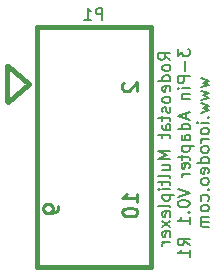
<source format=gbo>
G04 (created by PCBNEW (2013-jul-07)-stable) date Thu 17 Jan 2019 05:41:25 PM PST*
%MOIN*%
G04 Gerber Fmt 3.4, Leading zero omitted, Abs format*
%FSLAX34Y34*%
G01*
G70*
G90*
G04 APERTURE LIST*
%ADD10C,0.00590551*%
%ADD11C,0.008*%
%ADD12C,0.015*%
%ADD13C,0.01*%
G04 APERTURE END LIST*
G54D10*
G54D11*
X25561Y-27295D02*
X25371Y-27161D01*
X25561Y-27066D02*
X25161Y-27066D01*
X25161Y-27219D01*
X25180Y-27257D01*
X25200Y-27276D01*
X25238Y-27295D01*
X25295Y-27295D01*
X25333Y-27276D01*
X25352Y-27257D01*
X25371Y-27219D01*
X25371Y-27066D01*
X25561Y-27523D02*
X25542Y-27485D01*
X25523Y-27466D01*
X25485Y-27447D01*
X25371Y-27447D01*
X25333Y-27466D01*
X25314Y-27485D01*
X25295Y-27523D01*
X25295Y-27580D01*
X25314Y-27619D01*
X25333Y-27638D01*
X25371Y-27657D01*
X25485Y-27657D01*
X25523Y-27638D01*
X25542Y-27619D01*
X25561Y-27580D01*
X25561Y-27523D01*
X25561Y-28000D02*
X25161Y-28000D01*
X25542Y-28000D02*
X25561Y-27961D01*
X25561Y-27885D01*
X25542Y-27847D01*
X25523Y-27828D01*
X25485Y-27809D01*
X25371Y-27809D01*
X25333Y-27828D01*
X25314Y-27847D01*
X25295Y-27885D01*
X25295Y-27961D01*
X25314Y-28000D01*
X25542Y-28342D02*
X25561Y-28304D01*
X25561Y-28228D01*
X25542Y-28190D01*
X25504Y-28171D01*
X25352Y-28171D01*
X25314Y-28190D01*
X25295Y-28228D01*
X25295Y-28304D01*
X25314Y-28342D01*
X25352Y-28361D01*
X25390Y-28361D01*
X25428Y-28171D01*
X25561Y-28590D02*
X25542Y-28552D01*
X25523Y-28533D01*
X25485Y-28514D01*
X25371Y-28514D01*
X25333Y-28533D01*
X25314Y-28552D01*
X25295Y-28590D01*
X25295Y-28647D01*
X25314Y-28685D01*
X25333Y-28704D01*
X25371Y-28723D01*
X25485Y-28723D01*
X25523Y-28704D01*
X25542Y-28685D01*
X25561Y-28647D01*
X25561Y-28590D01*
X25542Y-28876D02*
X25561Y-28914D01*
X25561Y-28990D01*
X25542Y-29028D01*
X25504Y-29047D01*
X25485Y-29047D01*
X25447Y-29028D01*
X25428Y-28990D01*
X25428Y-28933D01*
X25409Y-28895D01*
X25371Y-28876D01*
X25352Y-28876D01*
X25314Y-28895D01*
X25295Y-28933D01*
X25295Y-28990D01*
X25314Y-29028D01*
X25295Y-29161D02*
X25295Y-29314D01*
X25161Y-29219D02*
X25504Y-29219D01*
X25542Y-29238D01*
X25561Y-29276D01*
X25561Y-29314D01*
X25561Y-29619D02*
X25352Y-29619D01*
X25314Y-29600D01*
X25295Y-29561D01*
X25295Y-29485D01*
X25314Y-29447D01*
X25542Y-29619D02*
X25561Y-29580D01*
X25561Y-29485D01*
X25542Y-29447D01*
X25504Y-29428D01*
X25466Y-29428D01*
X25428Y-29447D01*
X25409Y-29485D01*
X25409Y-29580D01*
X25390Y-29619D01*
X25295Y-29752D02*
X25295Y-29904D01*
X25161Y-29809D02*
X25504Y-29809D01*
X25542Y-29828D01*
X25561Y-29866D01*
X25561Y-29904D01*
X25561Y-30342D02*
X25161Y-30342D01*
X25447Y-30476D01*
X25161Y-30609D01*
X25561Y-30609D01*
X25295Y-30971D02*
X25561Y-30971D01*
X25295Y-30800D02*
X25504Y-30800D01*
X25542Y-30819D01*
X25561Y-30857D01*
X25561Y-30914D01*
X25542Y-30952D01*
X25523Y-30971D01*
X25561Y-31219D02*
X25542Y-31180D01*
X25504Y-31161D01*
X25161Y-31161D01*
X25295Y-31314D02*
X25295Y-31466D01*
X25161Y-31371D02*
X25504Y-31371D01*
X25542Y-31390D01*
X25561Y-31428D01*
X25561Y-31466D01*
X25561Y-31600D02*
X25295Y-31600D01*
X25161Y-31600D02*
X25180Y-31580D01*
X25200Y-31600D01*
X25180Y-31619D01*
X25161Y-31600D01*
X25200Y-31600D01*
X25295Y-31790D02*
X25695Y-31790D01*
X25314Y-31790D02*
X25295Y-31828D01*
X25295Y-31904D01*
X25314Y-31942D01*
X25333Y-31961D01*
X25371Y-31980D01*
X25485Y-31980D01*
X25523Y-31961D01*
X25542Y-31942D01*
X25561Y-31904D01*
X25561Y-31828D01*
X25542Y-31790D01*
X25561Y-32209D02*
X25542Y-32171D01*
X25504Y-32152D01*
X25161Y-32152D01*
X25542Y-32514D02*
X25561Y-32476D01*
X25561Y-32400D01*
X25542Y-32361D01*
X25504Y-32342D01*
X25352Y-32342D01*
X25314Y-32361D01*
X25295Y-32400D01*
X25295Y-32476D01*
X25314Y-32514D01*
X25352Y-32533D01*
X25390Y-32533D01*
X25428Y-32342D01*
X25561Y-32666D02*
X25295Y-32876D01*
X25295Y-32666D02*
X25561Y-32876D01*
X25542Y-33180D02*
X25561Y-33142D01*
X25561Y-33066D01*
X25542Y-33028D01*
X25504Y-33009D01*
X25352Y-33009D01*
X25314Y-33028D01*
X25295Y-33066D01*
X25295Y-33142D01*
X25314Y-33180D01*
X25352Y-33199D01*
X25390Y-33199D01*
X25428Y-33009D01*
X25561Y-33371D02*
X25295Y-33371D01*
X25371Y-33371D02*
X25333Y-33390D01*
X25314Y-33409D01*
X25295Y-33447D01*
X25295Y-33485D01*
X25801Y-26923D02*
X25801Y-27171D01*
X25954Y-27038D01*
X25954Y-27095D01*
X25973Y-27133D01*
X25992Y-27152D01*
X26030Y-27171D01*
X26125Y-27171D01*
X26163Y-27152D01*
X26182Y-27133D01*
X26201Y-27095D01*
X26201Y-26980D01*
X26182Y-26942D01*
X26163Y-26923D01*
X26049Y-27342D02*
X26049Y-27647D01*
X26201Y-27838D02*
X25801Y-27838D01*
X25801Y-27990D01*
X25820Y-28028D01*
X25840Y-28047D01*
X25878Y-28066D01*
X25935Y-28066D01*
X25973Y-28047D01*
X25992Y-28028D01*
X26011Y-27990D01*
X26011Y-27838D01*
X26201Y-28238D02*
X25935Y-28238D01*
X25801Y-28238D02*
X25820Y-28219D01*
X25840Y-28238D01*
X25820Y-28257D01*
X25801Y-28238D01*
X25840Y-28238D01*
X25935Y-28428D02*
X26201Y-28428D01*
X25973Y-28428D02*
X25954Y-28447D01*
X25935Y-28485D01*
X25935Y-28542D01*
X25954Y-28580D01*
X25992Y-28600D01*
X26201Y-28600D01*
X26087Y-29076D02*
X26087Y-29266D01*
X26201Y-29038D02*
X25801Y-29171D01*
X26201Y-29304D01*
X26201Y-29609D02*
X25801Y-29609D01*
X26182Y-29609D02*
X26201Y-29571D01*
X26201Y-29495D01*
X26182Y-29457D01*
X26163Y-29438D01*
X26125Y-29419D01*
X26011Y-29419D01*
X25973Y-29438D01*
X25954Y-29457D01*
X25935Y-29495D01*
X25935Y-29571D01*
X25954Y-29609D01*
X26201Y-29971D02*
X25992Y-29971D01*
X25954Y-29952D01*
X25935Y-29914D01*
X25935Y-29838D01*
X25954Y-29800D01*
X26182Y-29971D02*
X26201Y-29933D01*
X26201Y-29838D01*
X26182Y-29800D01*
X26144Y-29780D01*
X26106Y-29780D01*
X26068Y-29800D01*
X26049Y-29838D01*
X26049Y-29933D01*
X26030Y-29971D01*
X25935Y-30161D02*
X26335Y-30161D01*
X25954Y-30161D02*
X25935Y-30200D01*
X25935Y-30276D01*
X25954Y-30314D01*
X25973Y-30333D01*
X26011Y-30352D01*
X26125Y-30352D01*
X26163Y-30333D01*
X26182Y-30314D01*
X26201Y-30276D01*
X26201Y-30200D01*
X26182Y-30161D01*
X25935Y-30466D02*
X25935Y-30619D01*
X25801Y-30523D02*
X26144Y-30523D01*
X26182Y-30542D01*
X26201Y-30580D01*
X26201Y-30619D01*
X26182Y-30904D02*
X26201Y-30866D01*
X26201Y-30790D01*
X26182Y-30752D01*
X26144Y-30733D01*
X25992Y-30733D01*
X25954Y-30752D01*
X25935Y-30790D01*
X25935Y-30866D01*
X25954Y-30904D01*
X25992Y-30923D01*
X26030Y-30923D01*
X26068Y-30733D01*
X26201Y-31095D02*
X25935Y-31095D01*
X26011Y-31095D02*
X25973Y-31114D01*
X25954Y-31133D01*
X25935Y-31171D01*
X25935Y-31209D01*
X25801Y-31590D02*
X26201Y-31723D01*
X25801Y-31857D01*
X25801Y-32066D02*
X25801Y-32104D01*
X25820Y-32142D01*
X25840Y-32161D01*
X25878Y-32180D01*
X25954Y-32199D01*
X26049Y-32199D01*
X26125Y-32180D01*
X26163Y-32161D01*
X26182Y-32142D01*
X26201Y-32104D01*
X26201Y-32066D01*
X26182Y-32028D01*
X26163Y-32009D01*
X26125Y-31990D01*
X26049Y-31971D01*
X25954Y-31971D01*
X25878Y-31990D01*
X25840Y-32009D01*
X25820Y-32028D01*
X25801Y-32066D01*
X26163Y-32371D02*
X26182Y-32390D01*
X26201Y-32371D01*
X26182Y-32352D01*
X26163Y-32371D01*
X26201Y-32371D01*
X26201Y-32771D02*
X26201Y-32542D01*
X26201Y-32657D02*
X25801Y-32657D01*
X25859Y-32619D01*
X25897Y-32580D01*
X25916Y-32542D01*
X26201Y-33476D02*
X26011Y-33342D01*
X26201Y-33247D02*
X25801Y-33247D01*
X25801Y-33399D01*
X25820Y-33438D01*
X25840Y-33457D01*
X25878Y-33476D01*
X25935Y-33476D01*
X25973Y-33457D01*
X25992Y-33438D01*
X26011Y-33399D01*
X26011Y-33247D01*
X26201Y-33857D02*
X26201Y-33628D01*
X26201Y-33742D02*
X25801Y-33742D01*
X25859Y-33704D01*
X25897Y-33666D01*
X25916Y-33628D01*
X26575Y-27904D02*
X26841Y-27980D01*
X26651Y-28057D01*
X26841Y-28133D01*
X26575Y-28209D01*
X26575Y-28323D02*
X26841Y-28400D01*
X26651Y-28476D01*
X26841Y-28552D01*
X26575Y-28628D01*
X26575Y-28742D02*
X26841Y-28819D01*
X26651Y-28895D01*
X26841Y-28971D01*
X26575Y-29047D01*
X26803Y-29200D02*
X26822Y-29219D01*
X26841Y-29200D01*
X26822Y-29180D01*
X26803Y-29200D01*
X26841Y-29200D01*
X26841Y-29390D02*
X26575Y-29390D01*
X26441Y-29390D02*
X26460Y-29371D01*
X26480Y-29390D01*
X26460Y-29409D01*
X26441Y-29390D01*
X26480Y-29390D01*
X26841Y-29638D02*
X26822Y-29600D01*
X26803Y-29580D01*
X26765Y-29561D01*
X26651Y-29561D01*
X26613Y-29580D01*
X26594Y-29600D01*
X26575Y-29638D01*
X26575Y-29695D01*
X26594Y-29733D01*
X26613Y-29752D01*
X26651Y-29771D01*
X26765Y-29771D01*
X26803Y-29752D01*
X26822Y-29733D01*
X26841Y-29695D01*
X26841Y-29638D01*
X26841Y-29942D02*
X26575Y-29942D01*
X26651Y-29942D02*
X26613Y-29961D01*
X26594Y-29980D01*
X26575Y-30019D01*
X26575Y-30057D01*
X26841Y-30247D02*
X26822Y-30209D01*
X26803Y-30190D01*
X26765Y-30171D01*
X26651Y-30171D01*
X26613Y-30190D01*
X26594Y-30209D01*
X26575Y-30247D01*
X26575Y-30304D01*
X26594Y-30342D01*
X26613Y-30361D01*
X26651Y-30380D01*
X26765Y-30380D01*
X26803Y-30361D01*
X26822Y-30342D01*
X26841Y-30304D01*
X26841Y-30247D01*
X26841Y-30723D02*
X26441Y-30723D01*
X26822Y-30723D02*
X26841Y-30685D01*
X26841Y-30609D01*
X26822Y-30571D01*
X26803Y-30552D01*
X26765Y-30533D01*
X26651Y-30533D01*
X26613Y-30552D01*
X26594Y-30571D01*
X26575Y-30609D01*
X26575Y-30685D01*
X26594Y-30723D01*
X26822Y-31066D02*
X26841Y-31028D01*
X26841Y-30952D01*
X26822Y-30914D01*
X26784Y-30895D01*
X26632Y-30895D01*
X26594Y-30914D01*
X26575Y-30952D01*
X26575Y-31028D01*
X26594Y-31066D01*
X26632Y-31085D01*
X26670Y-31085D01*
X26708Y-30895D01*
X26841Y-31314D02*
X26822Y-31276D01*
X26803Y-31257D01*
X26765Y-31238D01*
X26651Y-31238D01*
X26613Y-31257D01*
X26594Y-31276D01*
X26575Y-31314D01*
X26575Y-31371D01*
X26594Y-31409D01*
X26613Y-31428D01*
X26651Y-31447D01*
X26765Y-31447D01*
X26803Y-31428D01*
X26822Y-31409D01*
X26841Y-31371D01*
X26841Y-31314D01*
X26803Y-31619D02*
X26822Y-31638D01*
X26841Y-31619D01*
X26822Y-31600D01*
X26803Y-31619D01*
X26841Y-31619D01*
X26822Y-31980D02*
X26841Y-31942D01*
X26841Y-31866D01*
X26822Y-31828D01*
X26803Y-31809D01*
X26765Y-31790D01*
X26651Y-31790D01*
X26613Y-31809D01*
X26594Y-31828D01*
X26575Y-31866D01*
X26575Y-31942D01*
X26594Y-31980D01*
X26841Y-32209D02*
X26822Y-32171D01*
X26803Y-32152D01*
X26765Y-32133D01*
X26651Y-32133D01*
X26613Y-32152D01*
X26594Y-32171D01*
X26575Y-32209D01*
X26575Y-32266D01*
X26594Y-32304D01*
X26613Y-32323D01*
X26651Y-32342D01*
X26765Y-32342D01*
X26803Y-32323D01*
X26822Y-32304D01*
X26841Y-32266D01*
X26841Y-32209D01*
X26841Y-32514D02*
X26575Y-32514D01*
X26613Y-32514D02*
X26594Y-32533D01*
X26575Y-32571D01*
X26575Y-32628D01*
X26594Y-32666D01*
X26632Y-32685D01*
X26841Y-32685D01*
X26632Y-32685D02*
X26594Y-32704D01*
X26575Y-32742D01*
X26575Y-32800D01*
X26594Y-32838D01*
X26632Y-32857D01*
X26841Y-32857D01*
G54D12*
X24900Y-26200D02*
X24900Y-34200D01*
X24900Y-34200D02*
X21100Y-34200D01*
X21100Y-34200D02*
X21100Y-26200D01*
X21100Y-26200D02*
X24900Y-26200D01*
X20126Y-27483D02*
X20126Y-28665D01*
X20839Y-28088D02*
X20139Y-27488D01*
X20140Y-28688D02*
X20840Y-28088D01*
G54D11*
X23295Y-25961D02*
X23295Y-25561D01*
X23142Y-25561D01*
X23104Y-25580D01*
X23085Y-25600D01*
X23066Y-25638D01*
X23066Y-25695D01*
X23085Y-25733D01*
X23104Y-25752D01*
X23142Y-25771D01*
X23295Y-25771D01*
X22685Y-25961D02*
X22914Y-25961D01*
X22799Y-25961D02*
X22799Y-25561D01*
X22838Y-25619D01*
X22876Y-25657D01*
X22914Y-25676D01*
G54D13*
X24462Y-32033D02*
X24462Y-31748D01*
X24462Y-31890D02*
X23962Y-31890D01*
X24033Y-31843D01*
X24081Y-31795D01*
X24105Y-31748D01*
X23962Y-32343D02*
X23962Y-32390D01*
X23986Y-32438D01*
X24010Y-32462D01*
X24057Y-32486D01*
X24152Y-32509D01*
X24271Y-32509D01*
X24367Y-32486D01*
X24414Y-32462D01*
X24438Y-32438D01*
X24462Y-32390D01*
X24462Y-32343D01*
X24438Y-32295D01*
X24414Y-32271D01*
X24367Y-32248D01*
X24271Y-32224D01*
X24152Y-32224D01*
X24057Y-32248D01*
X24010Y-32271D01*
X23986Y-32295D01*
X23962Y-32343D01*
X21824Y-32151D02*
X21824Y-32247D01*
X21800Y-32294D01*
X21776Y-32318D01*
X21705Y-32366D01*
X21610Y-32389D01*
X21419Y-32389D01*
X21372Y-32366D01*
X21348Y-32342D01*
X21324Y-32294D01*
X21324Y-32199D01*
X21348Y-32151D01*
X21372Y-32127D01*
X21419Y-32104D01*
X21538Y-32104D01*
X21586Y-32127D01*
X21610Y-32151D01*
X21633Y-32199D01*
X21633Y-32294D01*
X21610Y-32342D01*
X21586Y-32366D01*
X21538Y-32389D01*
X24010Y-28049D02*
X23986Y-28072D01*
X23962Y-28120D01*
X23962Y-28239D01*
X23986Y-28287D01*
X24010Y-28311D01*
X24057Y-28334D01*
X24105Y-28334D01*
X24176Y-28311D01*
X24462Y-28025D01*
X24462Y-28334D01*
M02*

</source>
